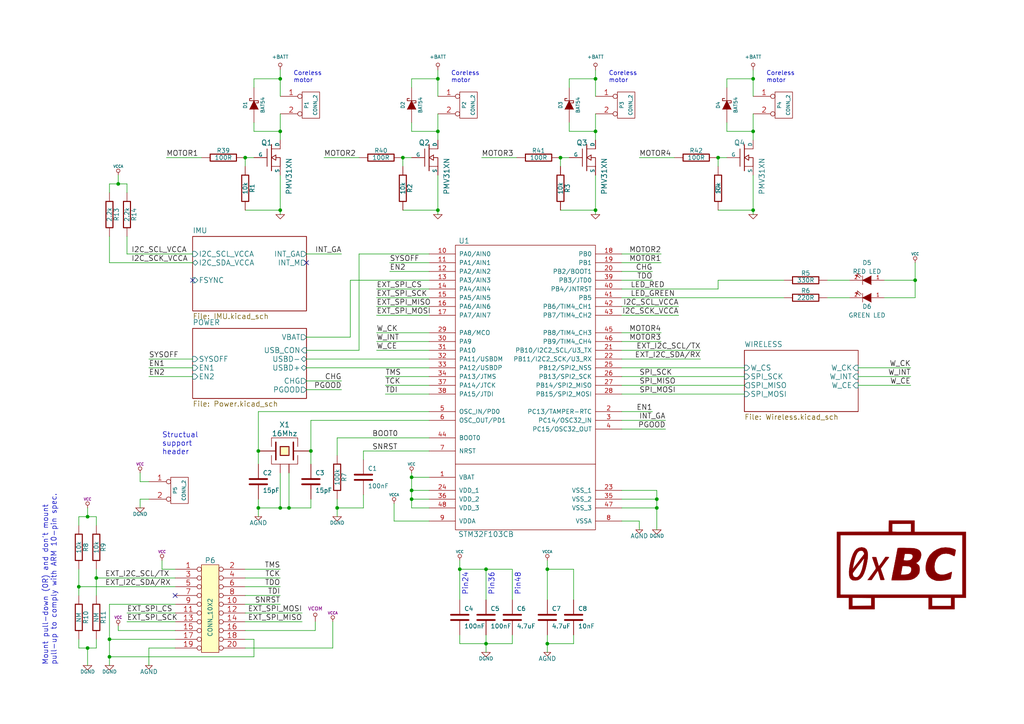
<source format=kicad_sch>
(kicad_sch (version 20231120) (generator "eeschema") (generator_version "8.0")
  (paper "A4")
  (title_block (title "Crazyflie control board") (date "3 feb 2013") (rev "F") (company "Bitcraze AB (CC BY-NC-SA)"))
  (lib_symbols
    (symbol "Crazyflie-contol-board-rescue:+BATT" (power) (pin_names (offset 0))
      (property "Value" "+BATT" (at 0 2.54 0))
      (symbol "+BATT_0_0"
        (pin power_in line (at 0 0 90) (length 0) hide (name "+BATT") (number "1"))
      )
    )
    (symbol "Crazyflie-contol-board-rescue:AGND" (power) (pin_names (offset 0.254))
      (property "Value" "AGND" (at 0 -1.778 0))
      (symbol "AGND_1_1"
        (pin power_in line (at 0 0 90) (length 0) hide (name "AGND") (number "1"))
      )
    )
    (symbol "Crazyflie-contol-board-rescue:C" (pin_numbers hide) (pin_names (offset 0.254))
      (property "Reference" "C" (at 1.27 2.54 0))
      (property "Value" "C" (at 1.27 -2.54 0))
      (symbol "C_1_1"
        (pin passive line (at 0 5.08 270) (length 4.318) (name "~") (number "1"))
        (pin passive line (at 0 -5.08 90) (length 4.318) (name "~") (number "2"))
      )
    )
    (symbol "Crazyflie-contol-board-rescue:CONN_10X2" (pin_names (offset 0.254) hide)
      (property "Reference" "P" (at 0 13.97 0))
      (property "Value" "CONN_10X2" (at 0 -2.54 90))
      (symbol "CONN_10X2_1_1"
        (pin passive inverted (at -10.16 11.43 0) (length 7.62) (name "P1") (number "1"))
        (pin passive inverted (at 10.16 1.27 180) (length 7.62) (name "P10") (number "10"))
        (pin passive inverted (at -10.16 -1.27 0) (length 7.62) (name "P11") (number "11"))
        (pin passive inverted (at 10.16 -1.27 180) (length 7.62) (name "P12") (number "12"))
        (pin passive inverted (at -10.16 -3.81 0) (length 7.62) (name "P13") (number "13"))
        (pin passive inverted (at 10.16 -3.81 180) (length 7.62) (name "P14") (number "14"))
        (pin passive inverted (at -10.16 -6.35 0) (length 7.62) (name "P15") (number "15"))
        (pin passive inverted (at 10.16 -6.35 180) (length 7.62) (name "P16") (number "16"))
        (pin passive inverted (at -10.16 -8.89 0) (length 7.62) (name "P17") (number "17"))
        (pin passive inverted (at 10.16 -8.89 180) (length 7.62) (name "P18") (number "18"))
        (pin passive inverted (at -10.16 -11.43 0) (length 7.62) (name "P19") (number "19"))
        (pin passive inverted (at 10.16 11.43 180) (length 7.62) (name "P2") (number "2"))
        (pin passive inverted (at 10.16 -11.43 180) (length 7.62) (name "P20") (number "20"))
        (pin passive inverted (at -10.16 8.89 0) (length 7.62) (name "P3") (number "3"))
        (pin passive inverted (at 10.16 8.89 180) (length 7.62) (name "P4") (number "4"))
        (pin passive inverted (at -10.16 6.35 0) (length 7.62) (name "P5") (number "5"))
        (pin passive inverted (at 10.16 6.35 180) (length 7.62) (name "P6") (number "6"))
        (pin passive inverted (at -10.16 3.81 0) (length 7.62) (name "P7") (number "7"))
        (pin passive inverted (at 10.16 3.81 180) (length 7.62) (name "P8") (number "8"))
        (pin passive inverted (at -10.16 1.27 0) (length 7.62) (name "P9") (number "9"))
      )
    )
    (symbol "Crazyflie-contol-board-rescue:CONN_2" (pin_names (offset 1.016) hide)
      (property "Reference" "P" (at -1.27 0 90))
      (property "Value" "CONN_2" (at 1.27 0 90))
      (symbol "CONN_2_1_1"
        (pin passive inverted (at -8.89 2.54 0) (length 6.35) (name "P1") (number "1"))
        (pin passive inverted (at -8.89 -2.54 0) (length 6.35) (name "PM") (number "2"))
      )
    )
    (symbol "Crazyflie-contol-board-rescue:CRYSTAL_SMD" (pin_numbers hide) (pin_names (offset 1.016) hide)
      (property "Reference" "X" (at 0 7.62 0))
      (property "Value" "CRYSTAL_SMD" (at 0 5.08 0))
      (symbol "CRYSTAL_SMD_1_1"
        (pin passive line (at -7.62 0 0) (length 5.08) (name "1") (number "1"))
        (pin passive line (at -1.27 -6.35 90) (length 2.54) (name "GND") (number "2"))
        (pin passive line (at 7.62 0 180) (length 5.08) (name "3") (number "3"))
        (pin passive line (at 1.27 -6.35 90) (length 2.54) (name "GND") (number "4"))
      )
    )
    (symbol "Crazyflie-contol-board-rescue:DGND" (power) (pin_names (offset 1.016))
      (property "Value" "DGND" (at 0 -1.778 0))
      (symbol "DGND_1_1"
        (pin power_in line (at 0 0 90) (length 0) hide (name "DGND") (number "1"))
      )
    )
    (symbol "Crazyflie-contol-board-rescue:DIODESCH" (pin_numbers hide) (pin_names (offset 1.016) hide)
      (property "Reference" "D" (at 0 2.54 0))
      (property "Value" "DIODESCH" (at 0 -2.54 0))
      (symbol "DIODESCH_1_1"
        (pin passive line (at -5.08 0 0) (length 3.81) (name "A") (number "1"))
        (pin passive line (at 5.08 0 180) (length 3.81) (name "K") (number "2"))
      )
    )
    (symbol "Crazyflie-contol-board-rescue:GND" (power) (pin_names (offset 0))
      (symbol "GND_1_1"
        (pin power_in line (at 0 0 90) (length 0) hide (name "GND") (number "1"))
      )
    )
    (symbol "Crazyflie-contol-board-rescue:LED" (pin_names (offset 1.016) hide)
      (property "Reference" "D" (at 0 2.54 0))
      (property "Value" "LED" (at 0 -2.54 0))
      (symbol "LED_1_1"
        (pin passive line (at -5.08 0 0) (length 3.81) (name "A") (number "1"))
        (pin passive line (at 5.08 0 180) (length 3.81) (name "K") (number "2"))
      )
    )
    (symbol "Crazyflie-contol-board-rescue:MOSFET_N" (pin_numbers hide) (pin_names (offset 0))
      (property "Reference" "Q" (at 0.254 4.318 0))
      (property "Value" "MOSFET_N" (at 0.254 -3.81 0))
      (symbol "MOSFET_N_1_1"
        (pin passive line (at 2.54 5.08 270) (length 2.54) (name "D") (number "D"))
        (pin input line (at -5.08 0 0) (length 3.81) (name "G") (number "G"))
        (pin passive line (at 2.54 -5.08 90) (length 2.54) (name "S") (number "S"))
      )
    )
    (symbol "Crazyflie-contol-board-rescue:R" (pin_numbers hide) (pin_names (offset 0))
      (property "Reference" "R" (at 2.032 0 90))
      (property "Value" "R" (at 0 0 90))
      (symbol "R_1_1"
        (pin passive line (at 0 6.35 270) (length 2.54) (name "~") (number "1"))
        (pin passive line (at 0 -6.35 90) (length 2.54) (name "~") (number "2"))
      )
    )
    (symbol "Crazyflie-contol-board-rescue:STM32F103CB" (pin_names (offset 1.016))
      (property "Reference" "U" (at -17.78 44.45 0))
      (property "Value" "STM32F103CB" (at -11.43 -40.64 0))
      (symbol "STM32F103CB_1_1"
        (pin power_in line (at -27.94 -24.13 0) (length 7.62) (name "VBAT") (number "1"))
        (pin bidirectional line (at -27.94 40.64 0) (length 7.62) (name "PA0/AIN0") (number "10"))
        (pin bidirectional line (at -27.94 38.1 0) (length 7.62) (name "PA1/AIN1") (number "11"))
        (pin bidirectional line (at -27.94 35.56 0) (length 7.62) (name "PA2/AIN2") (number "12"))
        (pin bidirectional line (at -27.94 33.02 0) (length 7.62) (name "PA3/AIN3") (number "13"))
        (pin bidirectional line (at -27.94 30.48 0) (length 7.62) (name "PA4/AIN4") (number "14"))
        (pin bidirectional line (at -27.94 27.94 0) (length 7.62) (name "PA5/AIN5") (number "15"))
        (pin bidirectional line (at -27.94 25.4 0) (length 7.62) (name "PA6/AIN6") (number "16"))
        (pin bidirectional line (at -27.94 22.86 0) (length 7.62) (name "PA7/AIN7") (number "17"))
        (pin bidirectional line (at 27.94 40.64 180) (length 7.62) (name "PB0") (number "18"))
        (pin bidirectional line (at 27.94 38.1 180) (length 7.62) (name "PB1") (number "19"))
        (pin bidirectional line (at 27.94 -5.08 180) (length 7.62) (name "PC13/TAMPER-RTC") (number "2"))
        (pin bidirectional line (at 27.94 35.56 180) (length 7.62) (name "PB2/BOOT1") (number "20"))
        (pin bidirectional line (at 27.94 12.7 180) (length 7.62) (name "PB10/I2C2_SCL/U3_TX") (number "21"))
        (pin bidirectional line (at 27.94 10.16 180) (length 7.62) (name "PB11/I2C2_SCK/U3_RX") (number "22"))
        (pin power_in line (at 27.94 -27.94 180) (length 7.62) (name "VSS_1") (number "23"))
        (pin power_in line (at -27.94 -27.94 0) (length 7.62) (name "VDD_1") (number "24"))
        (pin bidirectional line (at 27.94 7.62 180) (length 7.62) (name "PB12/SPI2_NSS") (number "25"))
        (pin bidirectional line (at 27.94 5.08 180) (length 7.62) (name "PB13/SPI2_SCK") (number "26"))
        (pin bidirectional line (at 27.94 2.54 180) (length 7.62) (name "PB14/SPI2_MISO") (number "27"))
        (pin bidirectional line (at 27.94 0 180) (length 7.62) (name "PB15/SPI2_MOSI") (number "28"))
        (pin bidirectional line (at -27.94 17.78 0) (length 7.62) (name "PA8/MCO") (number "29"))
        (pin bidirectional line (at 27.94 -7.62 180) (length 7.62) (name "PC14/OSC32_IN") (number "3"))
        (pin bidirectional line (at -27.94 15.24 0) (length 7.62) (name "PA9") (number "30"))
        (pin bidirectional line (at -27.94 12.7 0) (length 7.62) (name "PA10") (number "31"))
        (pin bidirectional line (at -27.94 10.16 0) (length 7.62) (name "PA11/USBDM") (number "32"))
        (pin bidirectional line (at -27.94 7.62 0) (length 7.62) (name "PA12/USBDP") (number "33"))
        (pin bidirectional line (at -27.94 5.08 0) (length 7.62) (name "PA13/JTMS") (number "34"))
        (pin power_in line (at 27.94 -30.48 180) (length 7.62) (name "VSS_2") (number "35"))
        (pin power_in line (at -27.94 -30.48 0) (length 7.62) (name "VDD_2") (number "36"))
        (pin bidirectional line (at -27.94 2.54 0) (length 7.62) (name "PA14/JTCK") (number "37"))
        (pin bidirectional line (at -27.94 0 0) (length 7.62) (name "PA15/JTDI") (number "38"))
        (pin bidirectional line (at 27.94 33.02 180) (length 7.62) (name "PB3/JTD0") (number "39"))
        (pin bidirectional line (at 27.94 -10.16 180) (length 7.62) (name "PC15/OSC32_OUT") (number "4"))
        (pin bidirectional line (at 27.94 30.48 180) (length 7.62) (name "PB4/JNTRST") (number "40"))
        (pin bidirectional line (at 27.94 27.94 180) (length 7.62) (name "PB5") (number "41"))
        (pin bidirectional line (at 27.94 25.4 180) (length 7.62) (name "PB6/TIM4_CH1") (number "42"))
        (pin bidirectional line (at 27.94 22.86 180) (length 7.62) (name "PB7/TIM4_CH2") (number "43"))
        (pin bidirectional line (at -27.94 -12.7 0) (length 7.62) (name "BOOT0") (number "44"))
        (pin bidirectional line (at 27.94 17.78 180) (length 7.62) (name "PB8/TIM4_CH3") (number "45"))
        (pin bidirectional line (at 27.94 15.24 180) (length 7.62) (name "PB9/TIM4_CH4") (number "46"))
        (pin power_in line (at 27.94 -33.02 180) (length 7.62) (name "VSS_3") (number "47"))
        (pin power_in line (at -27.94 -33.02 0) (length 7.62) (name "VDD_3") (number "48"))
        (pin bidirectional line (at -27.94 -5.08 0) (length 7.62) (name "OSC_IN/PD0") (number "5"))
        (pin bidirectional line (at -27.94 -7.62 0) (length 7.62) (name "OSC_OUT/PD1") (number "6"))
        (pin bidirectional line (at -27.94 -16.51 0) (length 7.62) (name "NRST") (number "7"))
        (pin power_in line (at 27.94 -36.83 180) (length 7.62) (name "VSSA") (number "8"))
        (pin power_in line (at -27.94 -36.83 0) (length 7.62) (name "VDDA") (number "9"))
      )
    )
    (symbol "Crazyflie-contol-board-rescue:VCC" (power) (pin_names (offset 0))
      (property "Value" "VCC" (at 0 2.54 0))
      (symbol "VCC_0_0"
        (pin power_in line (at 0 0 90) (length 0) hide (name "VCC") (number "1"))
      )
    )
    (symbol "Crazyflie-contol-board-rescue:VCCA" (power) (pin_names (offset 0))
      (property "Value" "VCCA" (at 0 2.54 0))
      (symbol "VCCA_0_0"
        (pin power_in line (at 0 0 90) (length 0) hide (name "VCCA") (number "1"))
      )
    )
    (symbol "Crazyflie-contol-board-rescue:VCOM" (pin_names (offset 0))
      (property "Value" "VCOM" (at 0 3.81 0))
      (symbol "VCOM_0_0"
        (pin power_in line (at 0 0 90) (length 0) hide (name "VCOM") (number "1"))
      )
    )
    (symbol "Crazyflie-contol-board-rescue:bitcraze" (pin_names (offset 1.016)))
  )
  (junction (at 172.72 60.96))
  (junction (at 162.56 45.72))
  (junction (at 218.44 22.86))
  (junction (at 158.75 186.69))
  (junction (at 119.38 144.78))
  (junction (at 97.79 147.32))
  (junction (at 74.93 147.32))
  (junction (at 81.28 22.86))
  (junction (at 34.29 53.34))
  (junction (at 133.35 165.1))
  (junction (at 25.4 149.86))
  (junction (at 119.38 138.43))
  (junction (at 127 60.96))
  (junction (at 127 38.1))
  (junction (at 140.97 165.1))
  (junction (at 127 22.86))
  (junction (at 22.86 170.18))
  (junction (at 83.82 147.32))
  (junction (at 71.12 45.72))
  (junction (at 190.5 147.32))
  (junction (at 158.75 165.1))
  (junction (at 190.5 144.78))
  (junction (at 140.97 186.69))
  (junction (at 265.43 81.28))
  (junction (at 81.28 60.96))
  (junction (at 208.28 45.72))
  (junction (at 172.72 38.1))
  (junction (at 81.28 147.32))
  (junction (at 116.84 45.72))
  (junction (at 119.38 142.24))
  (junction (at 74.93 130.81))
  (junction (at 31.75 185.42))
  (junction (at 218.44 38.1))
  (junction (at 31.75 190.5))
  (junction (at 25.4 187.96))
  (junction (at 172.72 22.86))
  (junction (at 90.17 130.81))
  (junction (at 27.94 167.64))
  (junction (at 218.44 60.96))
  (junction (at 81.28 38.1))
  (no_connect (at 55.88 81.28))
  (no_connect (at 50.8 172.72))
  (no_connect (at 88.9 76.2))
  (wire (pts (xy 104.14 101.6) (xy 88.9 101.6)))
  (wire (pts (xy 185.42 151.13) (xy 180.34 151.13)))
  (wire (pts (xy 31.75 190.5) (xy 73.66 190.5)))
  (wire (pts (xy 81.28 147.32) (xy 81.28 137.16)))
  (wire (pts (xy 140.97 165.1) (xy 148.59 165.1)))
  (wire (pts (xy 87.63 180.34) (xy 71.12 180.34)))
  (wire (pts (xy 96.52 180.34) (xy 96.52 187.96)))
  (wire (pts (xy 31.75 190.5) (xy 31.75 185.42)))
  (wire (pts (xy 81.28 170.18) (xy 71.12 170.18)))
  (wire (pts (xy 133.35 186.69) (xy 133.35 184.15)))
  (wire (pts (xy 34.29 182.88) (xy 34.29 181.61)))
  (wire (pts (xy 124.46 144.78) (xy 119.38 144.78)))
  (wire (pts (xy 210.82 35.56) (xy 210.82 38.1)))
  (wire (pts (xy 73.66 185.42) (xy 71.12 185.42)))
  (wire (pts (xy 119.38 138.43) (xy 119.38 142.24)))
  (wire (pts (xy 180.34 104.14) (xy 203.2 104.14)))
  (wire (pts (xy 116.84 45.72) (xy 116.84 48.26)))
  (wire (pts (xy 172.72 27.94) (xy 172.72 22.86)))
  (wire (pts (xy 148.59 186.69) (xy 140.97 186.69)))
  (wire (pts (xy 172.72 22.86) (xy 172.72 20.32)))
  (wire (pts (xy 27.94 167.64) (xy 27.94 172.72)))
  (wire (pts (xy 25.4 187.96) (xy 27.94 187.96)))
  (wire (pts (xy 210.82 25.4) (xy 210.82 22.86)))
  (wire (pts (xy 83.82 147.32) (xy 81.28 147.32)))
  (wire (pts (xy 190.5 147.32) (xy 180.34 147.32)))
  (wire (pts (xy 91.44 180.34) (xy 91.44 182.88)))
  (wire (pts (xy 248.92 106.68) (xy 264.16 106.68)))
  (wire (pts (xy 74.93 149.86) (xy 74.93 147.32)))
  (wire (pts (xy 25.4 147.32) (xy 25.4 149.86)))
  (wire (pts (xy 25.4 193.04) (xy 25.4 187.96)))
  (wire (pts (xy 265.43 86.36) (xy 265.43 81.28)))
  (wire (pts (xy 158.75 162.56) (xy 158.75 165.1)))
  (wire (pts (xy 74.93 130.81) (xy 74.93 119.38)))
  (wire (pts (xy 34.29 50.8) (xy 34.29 53.34)))
  (wire (pts (xy 43.18 187.96) (xy 43.18 193.04)))
  (wire (pts (xy 124.46 76.2) (xy 113.03 76.2)))
  (wire (pts (xy 83.82 137.16) (xy 83.82 147.32)))
  (wire (pts (xy 31.75 175.26) (xy 50.8 175.26)))
  (wire (pts (xy 27.94 187.96) (xy 27.94 185.42)))
  (wire (pts (xy 119.38 25.4) (xy 119.38 22.86)))
  (wire (pts (xy 36.83 53.34) (xy 36.83 55.88)))
  (wire (pts (xy 208.28 60.96) (xy 218.44 60.96)))
  (wire (pts (xy 124.46 99.06) (xy 109.22 99.06)))
  (wire (pts (xy 208.28 45.72) (xy 210.82 45.72)))
  (wire (pts (xy 116.84 60.96) (xy 127 60.96)))
  (wire (pts (xy 190.5 147.32) (xy 190.5 153.67)))
  (wire (pts (xy 124.46 151.13) (xy 114.3 151.13)))
  (wire (pts (xy 227.33 81.28) (xy 208.28 81.28)))
  (wire (pts (xy 158.75 186.69) (xy 158.75 184.15)))
  (wire (pts (xy 36.83 177.8) (xy 50.8 177.8)))
  (wire (pts (xy 71.12 177.8) (xy 87.63 177.8)))
  (wire (pts (xy 264.16 109.22) (xy 248.92 109.22)))
  (wire (pts (xy 119.38 144.78) (xy 119.38 147.32)))
  (wire (pts (xy 264.16 111.76) (xy 248.92 111.76)))
  (wire (pts (xy 88.9 106.68) (xy 124.46 106.68)))
  (wire (pts (xy 74.93 134.62) (xy 74.93 130.81)))
  (wire (pts (xy 73.66 45.72) (xy 71.12 45.72)))
  (wire (pts (xy 127 38.1) (xy 127 40.64)))
  (wire (pts (xy 210.82 38.1) (xy 218.44 38.1)))
  (wire (pts (xy 22.86 187.96) (xy 25.4 187.96)))
  (wire (pts (xy 50.8 182.88) (xy 34.29 182.88)))
  (wire (pts (xy 165.1 25.4) (xy 165.1 22.86)))
  (wire (pts (xy 105.41 143.51) (xy 105.41 147.32)))
  (wire (pts (xy 34.29 53.34) (xy 36.83 53.34)))
  (wire (pts (xy 55.88 104.14) (xy 43.18 104.14)))
  (wire (pts (xy 218.44 50.8) (xy 218.44 60.96)))
  (wire (pts (xy 27.94 149.86) (xy 25.4 149.86)))
  (wire (pts (xy 148.59 186.69) (xy 148.59 184.15)))
  (wire (pts (xy 140.97 186.69) (xy 140.97 184.15)))
  (wire (pts (xy 40.64 147.32) (xy 40.64 144.78)))
  (wire (pts (xy 180.34 119.38) (xy 189.23 119.38)))
  (wire (pts (xy 27.94 165.1) (xy 27.94 167.64)))
  (wire (pts (xy 162.56 45.72) (xy 165.1 45.72)))
  (wire (pts (xy 218.44 22.86) (xy 218.44 20.32)))
  (wire (pts (xy 101.6 97.79) (xy 101.6 81.28)))
  (wire (pts (xy 124.46 86.36) (xy 109.22 86.36)))
  (wire (pts (xy 218.44 60.96) (xy 218.44 62.23)))
  (wire (pts (xy 50.8 187.96) (xy 43.18 187.96)))
  (wire (pts (xy 105.41 133.35) (xy 105.41 130.81)))
  (wire (pts (xy 172.72 38.1) (xy 172.72 40.64)))
  (wire (pts (xy 210.82 22.86) (xy 218.44 22.86)))
  (wire (pts (xy 180.34 73.66) (xy 191.77 73.66)))
  (wire (pts (xy 124.46 88.9) (xy 109.22 88.9)))
  (wire (pts (xy 240.03 86.36) (xy 246.38 86.36)))
  (wire (pts (xy 119.38 22.86) (xy 127 22.86)))
  (wire (pts (xy 96.52 187.96) (xy 71.12 187.96)))
  (wire (pts (xy 208.28 48.26) (xy 208.28 45.72)))
  (wire (pts (xy 124.46 101.6) (xy 109.22 101.6)))
  (wire (pts (xy 172.72 33.02) (xy 172.72 38.1)))
  (wire (pts (xy 99.06 73.66) (xy 88.9 73.66)))
  (wire (pts (xy 81.28 172.72) (xy 71.12 172.72)))
  (wire (pts (xy 25.4 149.86) (xy 22.86 149.86)))
  (wire (pts (xy 180.34 142.24) (xy 190.5 142.24)))
  (wire (pts (xy 73.66 25.4) (xy 73.66 22.86)))
  (wire (pts (xy 50.8 170.18) (xy 22.86 170.18)))
  (wire (pts (xy 215.9 109.22) (xy 180.34 109.22)))
  (wire (pts (xy 90.17 144.78) (xy 90.17 147.32)))
  (wire (pts (xy 31.75 185.42) (xy 31.75 175.26)))
  (wire (pts (xy 124.46 114.3) (xy 111.76 114.3)))
  (wire (pts (xy 148.59 165.1) (xy 148.59 173.99)))
  (wire (pts (xy 119.38 147.32) (xy 124.46 147.32)))
  (wire (pts (xy 162.56 60.96) (xy 172.72 60.96)))
  (wire (pts (xy 127 33.02) (xy 127 38.1)))
  (wire (pts (xy 71.12 45.72) (xy 71.12 48.26)))
  (wire (pts (xy 81.28 167.64) (xy 71.12 167.64)))
  (wire (pts (xy 88.9 113.03) (xy 99.06 113.03)))
  (wire (pts (xy 93.98 45.72) (xy 104.14 45.72)))
  (wire (pts (xy 165.1 38.1) (xy 165.1 35.56)))
  (wire (pts (xy 140.97 173.99) (xy 140.97 165.1)))
  (wire (pts (xy 124.46 104.14) (xy 88.9 104.14)))
  (wire (pts (xy 81.28 38.1) (xy 81.28 33.02)))
  (wire (pts (xy 215.9 106.68) (xy 180.34 106.68)))
  (wire (pts (xy 27.94 152.4) (xy 27.94 149.86)))
  (wire (pts (xy 58.42 45.72) (xy 48.26 45.72)))
  (wire (pts (xy 73.66 190.5) (xy 73.66 185.42)))
  (wire (pts (xy 91.44 182.88) (xy 71.12 182.88)))
  (wire (pts (xy 43.18 139.7) (xy 40.64 139.7)))
  (wire (pts (xy 97.79 127) (xy 124.46 127)))
  (wire (pts (xy 105.41 130.81) (xy 124.46 130.81)))
  (wire (pts (xy 36.83 68.58) (xy 36.83 73.66)))
  (wire (pts (xy 190.5 144.78) (xy 190.5 147.32)))
  (wire (pts (xy 104.14 73.66) (xy 104.14 101.6)))
  (wire (pts (xy 180.34 121.92) (xy 193.04 121.92)))
  (wire (pts (xy 40.64 139.7) (xy 40.64 137.16)))
  (wire (pts (xy 119.38 138.43) (xy 124.46 138.43)))
  (wire (pts (xy 71.12 60.96) (xy 81.28 60.96)))
  (wire (pts (xy 124.46 78.74) (xy 113.03 78.74)))
  (wire (pts (xy 172.72 50.8) (xy 172.72 60.96)))
  (wire (pts (xy 81.28 22.86) (xy 81.28 27.94)))
  (wire (pts (xy 180.34 76.2) (xy 191.77 76.2)))
  (wire (pts (xy 180.34 99.06) (xy 191.77 99.06)))
  (wire (pts (xy 31.75 185.42) (xy 50.8 185.42)))
  (wire (pts (xy 119.38 142.24) (xy 124.46 142.24)))
  (wire (pts (xy 74.93 147.32) (xy 74.93 144.78)))
  (wire (pts (xy 36.83 180.34) (xy 50.8 180.34)))
  (wire (pts (xy 180.34 81.28) (xy 189.23 81.28)))
  (wire (pts (xy 81.28 175.26) (xy 71.12 175.26)))
  (wire (pts (xy 97.79 144.78) (xy 97.79 147.32)))
  (wire (pts (xy 165.1 22.86) (xy 172.72 22.86)))
  (wire (pts (xy 158.75 165.1) (xy 166.37 165.1)))
  (wire (pts (xy 127 50.8) (xy 127 60.96)))
  (wire (pts (xy 74.93 119.38) (xy 124.46 119.38)))
  (wire (pts (xy 22.86 165.1) (xy 22.86 170.18)))
  (wire (pts (xy 40.64 144.78) (xy 43.18 144.78)))
  (wire (pts (xy 218.44 27.94) (xy 218.44 22.86)))
  (wire (pts (xy 124.46 83.82) (xy 109.22 83.82)))
  (wire (pts (xy 215.9 111.76) (xy 180.34 111.76)))
  (wire (pts (xy 90.17 130.81) (xy 90.17 134.62)))
  (wire (pts (xy 46.99 165.1) (xy 46.99 162.56)))
  (wire (pts (xy 119.38 45.72) (xy 116.84 45.72)))
  (wire (pts (xy 124.46 121.92) (xy 90.17 121.92)))
  (wire (pts (xy 119.38 137.16) (xy 119.38 138.43)))
  (wire (pts (xy 36.83 73.66) (xy 55.88 73.66)))
  (wire (pts (xy 124.46 111.76) (xy 111.76 111.76)))
  (wire (pts (xy 166.37 184.15) (xy 166.37 186.69)))
  (wire (pts (xy 90.17 147.32) (xy 83.82 147.32)))
  (wire (pts (xy 101.6 81.28) (xy 124.46 81.28)))
  (wire (pts (xy 124.46 109.22) (xy 111.76 109.22)))
  (wire (pts (xy 180.34 78.74) (xy 189.23 78.74)))
  (wire (pts (xy 180.34 83.82) (xy 208.28 83.82)))
  (wire (pts (xy 256.54 81.28) (xy 265.43 81.28)))
  (wire (pts (xy 31.75 68.58) (xy 31.75 76.2)))
  (wire (pts (xy 218.44 38.1) (xy 218.44 40.64)))
  (wire (pts (xy 127 27.94) (xy 127 22.86)))
  (wire (pts (xy 81.28 50.8) (xy 81.28 60.96)))
  (wire (pts (xy 172.72 38.1) (xy 165.1 38.1)))
  (wire (pts (xy 240.03 81.28) (xy 246.38 81.28)))
  (wire (pts (xy 81.28 147.32) (xy 74.93 147.32)))
  (wire (pts (xy 81.28 40.64) (xy 81.28 38.1)))
  (wire (pts (xy 31.75 55.88) (xy 31.75 53.34)))
  (wire (pts (xy 180.34 96.52) (xy 191.77 96.52)))
  (wire (pts (xy 172.72 60.96) (xy 172.72 62.23)))
  (wire (pts (xy 114.3 151.13) (xy 114.3 146.05)))
  (wire (pts (xy 133.35 165.1) (xy 140.97 165.1)))
  (wire (pts (xy 31.75 53.34) (xy 34.29 53.34)))
  (wire (pts (xy 81.28 165.1) (xy 71.12 165.1)))
  (wire (pts (xy 22.86 149.86) (xy 22.86 152.4)))
  (wire (pts (xy 158.75 165.1) (xy 158.75 173.99)))
  (wire (pts (xy 158.75 189.23) (xy 158.75 186.69)))
  (wire (pts (xy 97.79 147.32) (xy 97.79 149.86)))
  (wire (pts (xy 50.8 165.1) (xy 46.99 165.1)))
  (wire (pts (xy 190.5 142.24) (xy 190.5 144.78)))
  (wire (pts (xy 127 22.86) (xy 127 20.32)))
  (wire (pts (xy 133.35 165.1) (xy 133.35 162.56)))
  (wire (pts (xy 31.75 193.04) (xy 31.75 190.5)))
  (wire (pts (xy 140.97 189.23) (xy 140.97 186.69)))
  (wire (pts (xy 139.7 45.72) (xy 149.86 45.72)))
  (wire (pts (xy 265.43 81.28) (xy 265.43 76.2)))
  (wire (pts (xy 166.37 186.69) (xy 158.75 186.69)))
  (wire (pts (xy 166.37 165.1) (xy 166.37 173.99)))
  (wire (pts (xy 22.86 185.42) (xy 22.86 187.96)))
  (wire (pts (xy 127 60.96) (xy 127 62.23)))
  (wire (pts (xy 119.38 38.1) (xy 127 38.1)))
  (wire (pts (xy 180.34 91.44) (xy 196.85 91.44)))
  (wire (pts (xy 55.88 106.68) (xy 43.18 106.68)))
  (wire (pts (xy 208.28 83.82) (xy 208.28 81.28)))
  (wire (pts (xy 180.34 88.9) (xy 196.85 88.9)))
  (wire (pts (xy 88.9 110.49) (xy 99.06 110.49)))
  (wire (pts (xy 215.9 114.3) (xy 180.34 114.3)))
  (wire (pts (xy 105.41 147.32) (xy 97.79 147.32)))
  (wire (pts (xy 81.28 38.1) (xy 73.66 38.1)))
  (wire (pts (xy 97.79 132.08) (xy 97.79 127)))
  (wire (pts (xy 55.88 109.22) (xy 43.18 109.22)))
  (wire (pts (xy 133.35 173.99) (xy 133.35 165.1)))
  (wire (pts (xy 185.42 45.72) (xy 195.58 45.72)))
  (wire (pts (xy 190.5 144.78) (xy 180.34 144.78)))
  (wire (pts (xy 140.97 186.69) (xy 133.35 186.69)))
  (wire (pts (xy 73.66 22.86) (xy 81.28 22.86)))
  (wire (pts (xy 124.46 73.66) (xy 104.14 73.66)))
  (wire (pts (xy 162.56 48.26) (xy 162.56 45.72)))
  (wire (pts (xy 50.8 167.64) (xy 27.94 167.64)))
  (wire (pts (xy 124.46 96.52) (xy 109.22 96.52)))
  (wire (pts (xy 185.42 153.67) (xy 185.42 151.13)))
  (wire (pts (xy 119.38 142.24) (xy 119.38 144.78)))
  (wire (pts (xy 88.9 97.79) (xy 101.6 97.79)))
  (wire (pts (xy 31.75 76.2) (xy 55.88 76.2)))
  (wire (pts (xy 22.86 170.18) (xy 22.86 172.72)))
  (wire (pts (xy 90.17 121.92) (xy 90.17 130.81)))
  (wire (pts (xy 81.28 60.96) (xy 81.28 62.23)))
  (wire (pts (xy 81.28 20.32) (xy 81.28 22.86)))
  (wire (pts (xy 218.44 33.02) (xy 218.44 38.1)))
  (wire (pts (xy 119.38 35.56) (xy 119.38 38.1)))
  (wire (pts (xy 124.46 91.44) (xy 109.22 91.44)))
  (wire (pts (xy 73.66 38.1) (xy 73.66 35.56)))
  (wire (pts (xy 180.34 124.46) (xy 193.04 124.46)))
  (wire (pts (xy 256.54 86.36) (xy 265.43 86.36)))
  (wire (pts (xy 180.34 101.6) (xy 203.2 101.6)))
  (wire (pts (xy 180.34 86.36) (xy 227.33 86.36)))
  (text "Coreless\nmotor" (at 130.81 24.13 0) (effects (font (size 1.27 1.27)) (justify left bottom)))
  (text "Pin24" (at 135.89 172.72 90) (effects (font (size 1.524 1.524)) (justify left bottom)))
  (text "Coreless\nmotor" (at 176.53 24.13 0) (effects (font (size 1.27 1.27)) (justify left bottom)))
  (text "Structual \nsupport \nheader" (at 46.99 132.08 0) (effects (font (size 1.524 1.524)) (justify left bottom)))
  (text "Coreless\nmotor" (at 222.25 24.13 0) (effects (font (size 1.27 1.27)) (justify left bottom)))
  (text "Mount pull-down (0R) and don't mount \npull-up to comply with ARM 10-pin spec." (at 16.51 193.04 90) (effects (font (size 1.524 1.524)) (justify left bottom)))
  (text "Pin48" (at 151.13 172.72 90) (effects (font (size 1.524 1.524)) (justify left bottom)))
  (text "Pin36" (at 143.51 172.72 90) (effects (font (size 1.524 1.524)) (justify left bottom)))
  (text "Coreless\nmotor" (at 85.09 24.13 0) (effects (font (size 1.27 1.27)) (justify left bottom)))
  (label "INT_GA" (at 99.06 73.66 180) (effects (font (size 1.524 1.524))))
  (label "SPI_MOSI" (at 185.42 114.3 0) (effects (font (size 1.524 1.524))))
  (label "TCK" (at 81.28 167.64 180) (effects (font (size 1.524 1.524))))
  (label "W_CK" (at 109.22 96.52 0) (effects (font (size 1.524 1.524))))
  (label "EN1" (at 189.23 119.38 180) (effects (font (size 1.524 1.524))))
  (label "SNRST" (at 81.28 175.26 180) (effects (font (size 1.524 1.524))))
  (label "MOTOR3" (at 139.7 45.72 0) (effects (font (size 1.524 1.524))))
  (label "PGOOD" (at 193.04 124.46 180) (effects (font (size 1.524 1.524))))
  (label "EN2" (at 113.03 78.74 0) (effects (font (size 1.524 1.524))))
  (label "TDO" (at 189.23 81.28 180) (effects (font (size 1.524 1.524))))
  (label "TDI" (at 81.28 172.72 180) (effects (font (size 1.524 1.524))))
  (label "TMS" (at 111.76 109.22 0) (effects (font (size 1.524 1.524))))
  (label "TCK" (at 111.76 111.76 0) (effects (font (size 1.524 1.524))))
  (label "EXT_SPI_CS" (at 109.22 83.82 0) (effects (font (size 1.524 1.524))))
  (label "TMS" (at 81.28 165.1 180) (effects (font (size 1.524 1.524))))
  (label "SNRST" (at 107.95 130.81 0) (effects (font (size 1.524 1.524))))
  (label "MOTOR4" (at 191.77 96.52 180) (effects (font (size 1.524 1.524))))
  (label "I2C_SCK_VCCA" (at 196.85 91.44 180) (effects (font (size 1.524 1.524))))
  (label "EXT_I2C_SDA/RX" (at 203.2 104.14 180) (effects (font (size 1.524 1.524))))
  (label "MOTOR4" (at 185.42 45.72 0) (effects (font (size 1.524 1.524))))
  (label "EXT_SPI_MOSI" (at 109.22 91.44 0) (effects (font (size 1.524 1.524))))
  (label "W_INT" (at 109.22 99.06 0) (effects (font (size 1.524 1.524))))
  (label "CHG" (at 189.23 78.74 180) (effects (font (size 1.524 1.524))))
  (label "EXT_SPI_SCK" (at 109.22 86.36 0) (effects (font (size 1.524 1.524))))
  (label "I2C_SCL_VCCA" (at 196.85 88.9 180) (effects (font (size 1.524 1.524))))
  (label "CHG" (at 99.06 110.49 180) (effects (font (size 1.524 1.524))))
  (label "W_CK" (at 264.16 106.68 180) (effects (font (size 1.524 1.524))))
  (label "I2C_SCK_VCCA" (at 38.1 76.2 0) (effects (font (size 1.524 1.524))))
  (label "EN2" (at 43.18 109.22 0) (effects (font (size 1.524 1.524))))
  (label "I2C_SCL_VCCA" (at 38.1 73.66 0) (effects (font (size 1.524 1.524))))
  (label "EN1" (at 43.18 106.68 0) (effects (font (size 1.524 1.524))))
  (label "EXT_SPI_MISO" (at 87.63 180.34 180) (effects (font (size 1.524 1.524))))
  (label "MOTOR1" (at 191.77 76.2 180) (effects (font (size 1.524 1.524))))
  (label "LED_GREEN" (at 182.88 86.36 0) (effects (font (size 1.524 1.524))))
  (label "EXT_SPI_CS" (at 36.83 177.8 0) (effects (font (size 1.524 1.524))))
  (label "SYSOFF" (at 113.03 76.2 0) (effects (font (size 1.524 1.524))))
  (label "LED_RED" (at 182.88 83.82 0) (effects (font (size 1.524 1.524))))
  (label "MOTOR2" (at 191.77 73.66 180) (effects (font (size 1.524 1.524))))
  (label "W_CE" (at 264.16 111.76 180) (effects (font (size 1.524 1.524))))
  (label "EXT_SPI_SCK" (at 36.83 180.34 0) (effects (font (size 1.524 1.524))))
  (label "EXT_SPI_MOSI" (at 87.63 177.8 180) (effects (font (size 1.524 1.524))))
  (label "BOOT0" (at 107.95 127 0) (effects (font (size 1.524 1.524))))
  (label "TDI" (at 111.76 114.3 0) (effects (font (size 1.524 1.524))))
  (label "SPI_MISO" (at 185.42 111.76 0) (effects (font (size 1.524 1.524))))
  (label "SYSOFF" (at 43.18 104.14 0) (effects (font (size 1.524 1.524))))
  (label "MOTOR1" (at 48.26 45.72 0) (effects (font (size 1.524 1.524))))
  (label "PGOOD" (at 99.06 113.03 180) (effects (font (size 1.524 1.524))))
  (label "INT_GA" (at 193.04 121.92 180) (effects (font (size 1.524 1.524))))
  (label "EXT_I2C_SCL/TX" (at 30.48 167.64 0) (effects (font (size 1.524 1.524))))
  (label "W_CE" (at 109.22 101.6 0) (effects (font (size 1.524 1.524))))
  (label "EXT_I2C_SCL/TX" (at 203.2 101.6 180) (effects (font (size 1.524 1.524))))
  (label "MOTOR2" (at 93.98 45.72 0) (effects (font (size 1.524 1.524))))
  (label "TDO" (at 81.28 170.18 180) (effects (font (size 1.524 1.524))))
  (label "W_INT" (at 264.16 109.22 180) (effects (font (size 1.524 1.524))))
  (label "MOTOR3" (at 191.77 99.06 180) (effects (font (size 1.524 1.524))))
  (label "EXT_SPI_MISO" (at 109.22 88.9 0) (effects (font (size 1.524 1.524))))
  (label "EXT_I2C_SDA/RX" (at 30.48 170.18 0) (effects (font (size 1.524 1.524))))
  (label "SPI_SCK" (at 185.42 109.22 0) (effects (font (size 1.524 1.524))))
  (symbol (lib_id "Crazyflie-contol-board-rescue:STM32F103CB") (at 152.4 114.3 0) (unit 1)
    (property "Reference" "U1" (at 134.62 69.85 0) (effects (font (size 1.524 1.524))))
    (property "Value" "STM32F103CB" (at 140.97 154.94 0) (effects (font (size 1.524 1.524))))
    (property "Footprint" "LQFP-48" (effects (hide yes)))
    (property "Description" "ST Microelectronics" (effects (hide yes)))
    (property "Field5" "STM32F103CB" (effects (hide yes)))
  )
  (symbol (lib_id "Crazyflie-contol-board-rescue:R") (at 233.68 86.36 90) (unit 1)
    (property "Reference" "R6" (at 233.68 84.328 90))
    (property "Value" "220R" (at 233.68 86.36 90))
    (property "Footprint" "SM0603" (effects (hide yes)))
  )
  (symbol (lib_id "Crazyflie-contol-board-rescue:R") (at 233.68 81.28 90) (unit 1)
    (property "Reference" "R5" (at 233.68 79.248 90))
    (property "Value" "330R" (at 233.68 81.28 90))
    (property "Footprint" "SM0603" (effects (hide yes)))
    (property "Description" "General" (effects (hide yes)))
    (property "Field5" "+/-1%, 0.125W, 25V" (effects (hide yes)))
  )
  (symbol (lib_id "Crazyflie-contol-board-rescue:LED") (at 251.46 86.36 180) (unit 1)
    (property "Reference" "D6" (at 251.46 88.9 0))
    (property "Value" "GREEN LED" (at 251.46 91.44 0))
    (property "Footprint" "SMDLED-0603" (effects (hide yes)))
    (property "Description" "General" (effects (hide yes)))
    (property "Field5" "Green, If:20mA, vf:2-2.2V, >40mcd" (effects (hide yes)))
  )
  (symbol (lib_id "Crazyflie-contol-board-rescue:LED") (at 251.46 81.28 180) (unit 1)
    (property "Reference" "D5" (at 251.46 76.2 0))
    (property "Value" "RED LED" (at 251.46 78.74 0))
    (property "Footprint" "SMDLED-0603" (effects (hide yes)))
    (property "Description" "General" (effects (hide yes)))
    (property "Field5" "Red, If:20mA, vf:2-2.2V, >40mcd" (effects (hide yes)))
  )
  (symbol (lib_id "Crazyflie-contol-board-rescue:VCC") (at 119.38 137.16 0) (unit 1)
    (property "Reference" "#PWR029" (effects (hide yes)))
    (property "Value" "VCC" (at 119.38 134.62 0) (effects (font (size 0.762 0.762))))
  )
  (symbol (lib_id "Crazyflie-contol-board-rescue:VCCA") (at 114.3 146.05 0) (unit 1)
    (property "Reference" "#PWR028" (effects (hide yes)))
    (property "Value" "VCCA" (at 114.3 143.51 0) (effects (font (size 0.762 0.762))))
  )
  (symbol (lib_id "Crazyflie-contol-board-rescue:C") (at 133.35 179.07 0) (unit 1)
    (property "Reference" "C4" (at 134.62 176.53 0) (effects (justify left)))
    (property "Value" "100nF" (at 134.62 181.61 0) (effects (justify left)))
    (property "Footprint" "SM0603_Capa" (effects (hide yes)))
  )
  (symbol (lib_id "Crazyflie-contol-board-rescue:C") (at 140.97 179.07 0) (unit 1)
    (property "Reference" "C5" (at 142.24 176.53 0) (effects (justify left)))
    (property "Value" "100nF" (at 142.24 181.61 0) (effects (justify left)))
    (property "Footprint" "SM0603_Capa" (effects (hide yes)))
  )
  (symbol (lib_id "Crazyflie-contol-board-rescue:C") (at 148.59 179.07 0) (unit 1)
    (property "Reference" "C6" (at 149.86 176.53 0) (effects (justify left)))
    (property "Value" "4.7uF" (at 149.86 181.61 0) (effects (justify left)))
    (property "Footprint" "SM0603_Capa" (effects (hide yes)))
  )
  (symbol (lib_id "Crazyflie-contol-board-rescue:C") (at 158.75 179.07 0) (unit 1)
    (property "Reference" "C7" (at 160.02 176.53 0) (effects (justify left)))
    (property "Value" "4.7uF" (at 160.02 181.61 0) (effects (justify left)))
    (property "Footprint" "SM0603_Capa" (effects (hide yes)))
  )
  (symbol (lib_id "Crazyflie-contol-board-rescue:VCCA") (at 158.75 162.56 0) (unit 1)
    (property "Reference" "#PWR027" (effects (hide yes)))
    (property "Value" "VCCA" (at 158.75 160.02 0) (effects (font (size 0.762 0.762))))
  )
  (symbol (lib_id "Crazyflie-contol-board-rescue:VCC") (at 133.35 162.56 0) (unit 1)
    (property "Reference" "#PWR026" (effects (hide yes)))
    (property "Value" "VCC" (at 133.35 160.02 0) (effects (font (size 0.762 0.762))))
  )
  (symbol (lib_id "Crazyflie-contol-board-rescue:AGND") (at 185.42 153.67 0) (unit 1)
    (property "Reference" "#PWR025" (effects (hide yes)))
    (property "Value" "AGND" (at 185.42 155.448 0))
  )
  (symbol (lib_id "Crazyflie-contol-board-rescue:DGND") (at 190.5 153.67 0) (unit 1)
    (property "Reference" "#PWR024" (effects (hide yes)))
    (property "Value" "DGND" (at 190.5 155.448 0) (effects (font (size 1.016 1.016))))
  )
  (symbol (lib_id "Crazyflie-contol-board-rescue:DGND") (at 140.97 189.23 0) (unit 1)
    (property "Reference" "#PWR023" (effects (hide yes)))
    (property "Value" "DGND" (at 140.97 191.008 0) (effects (font (size 1.016 1.016))))
  )
  (symbol (lib_id "Crazyflie-contol-board-rescue:AGND") (at 158.75 189.23 0) (unit 1)
    (property "Reference" "#PWR022" (effects (hide yes)))
    (property "Value" "AGND" (at 158.75 191.008 0))
  )
  (symbol (lib_id "Crazyflie-contol-board-rescue:VCC") (at 265.43 76.2 0) (unit 1)
    (property "Reference" "#PWR021" (effects (hide yes)))
    (property "Value" "VCC" (at 265.43 73.66 0) (effects (font (size 0.762 0.762))))
  )
  (symbol (lib_id "Crazyflie-contol-board-rescue:C") (at 166.37 179.07 0) (unit 1)
    (property "Reference" "C8" (at 167.64 176.53 0) (effects (justify left)))
    (property "Value" "10nF" (at 167.64 181.61 0) (effects (justify left)))
    (property "Footprint" "SM0603_Capa" (effects (hide yes)))
  )
  (symbol (lib_id "Crazyflie-contol-board-rescue:C") (at 74.93 139.7 0) (unit 1)
    (property "Reference" "C2" (at 76.2 137.16 0) (effects (justify left)))
    (property "Value" "15pF" (at 76.2 142.24 0) (effects (justify left)))
    (property "Footprint" "SM0603_Capa" (effects (hide yes)))
  )
  (symbol (lib_id "Crazyflie-contol-board-rescue:C") (at 90.17 139.7 0) (unit 1)
    (property "Reference" "C3" (at 91.44 137.16 0) (effects (justify left)))
    (property "Value" "15pF" (at 91.44 142.24 0) (effects (justify left)))
    (property "Footprint" "SM0603_Capa" (effects (hide yes)))
    (property "Description" "General" (effects (hide yes)))
    (property "Field5" "NP0, +/-5%, 50V" (effects (hide yes)))
  )
  (symbol (lib_id "Crazyflie-contol-board-rescue:R") (at 97.79 138.43 0) (unit 1)
    (property "Reference" "R7" (at 99.822 138.43 90))
    (property "Value" "100k" (at 97.79 138.43 90))
    (property "Footprint" "SM0603" (effects (hide yes)))
  )
  (symbol (lib_id "Crazyflie-contol-board-rescue:DGND") (at 97.79 149.86 0) (unit 1)
    (property "Reference" "#PWR020" (effects (hide yes)))
    (property "Value" "DGND" (at 97.79 151.638 0) (effects (font (size 1.016 1.016))))
  )
  (symbol (lib_id "Crazyflie-contol-board-rescue:MOSFET_N") (at 78.74 45.72 0) (unit 1)
    (property "Reference" "Q1" (at 78.994 41.402 0) (effects (font (size 1.524 1.524)) (justify right)))
    (property "Value" "PMV31XN" (at 83.82 45.72 90) (effects (font (size 1.524 1.524)) (justify right)))
    (property "Footprint" "SOT23GDS" (effects (hide yes)))
    (property "Description" "NXP" (effects (hide yes)))
    (property "Field5" "PMV31XN" (effects (hide yes)))
  )
  (symbol (lib_id "Crazyflie-contol-board-rescue:R") (at 71.12 54.61 0) (unit 1)
    (property "Reference" "R1" (at 73.152 54.61 90))
    (property "Value" "10k" (at 71.12 54.61 90))
    (property "Footprint" "SM0402" (effects (hide yes)))
  )
  (symbol (lib_id "Crazyflie-contol-board-rescue:GND") (at 81.28 62.23 0) (unit 1)
    (property "Reference" "#PWR011" (effects (hide yes)))
    (property "Value" "GND" (effects (hide yes)))
  )
  (symbol (lib_id "Crazyflie-contol-board-rescue:+BATT") (at 81.28 20.32 0) (unit 1)
    (property "Reference" "#PWR01" (effects (hide yes)))
    (property "Value" "+BATT" (at 81.28 16.51 0) (effects (font (size 1.016 1.016))))
  )
  (symbol (lib_id "Crazyflie-contol-board-rescue:DIODESCH") (at 73.66 30.48 90) (unit 1)
    (property "Reference" "D1" (at 71.12 30.48 0) (effects (font (size 1.016 1.016))))
    (property "Value" "BAT54" (at 76.2 30.48 0) (effects (font (size 1.016 1.016))))
    (property "Footprint" "SOD323" (effects (hide yes)))
    (property "Description" "ST Microelectronics" (effects (hide yes)))
    (property "Field5" "BAT54JFILM" (effects (hide yes)))
  )
  (symbol (lib_id "Crazyflie-contol-board-rescue:DIODESCH") (at 119.38 30.48 90) (unit 1)
    (property "Reference" "D2" (at 116.84 30.48 0) (effects (font (size 1.016 1.016))))
    (property "Value" "BAT54" (at 121.92 30.48 0) (effects (font (size 1.016 1.016))))
    (property "Footprint" "SOD323" (effects (hide yes)))
  )
  (symbol (lib_id "Crazyflie-contol-board-rescue:+BATT") (at 127 20.32 0) (unit 1)
    (property "Reference" "#PWR02" (effects (hide yes)))
    (property "Value" "+BATT" (at 127 16.51 0) (effects (font (size 1.016 1.016))))
  )
  (symbol (lib_id "Crazyflie-contol-board-rescue:GND") (at 127 62.23 0) (unit 1)
    (property "Reference" "#PWR012" (effects (hide yes)))
    (property "Value" "GND" (effects (hide yes)))
  )
  (symbol (lib_id "Crazyflie-contol-board-rescue:R") (at 116.84 54.61 0) (unit 1)
    (property "Reference" "R2" (at 118.872 54.61 90))
    (property "Value" "10k" (at 116.84 54.61 90))
    (property "Footprint" "SM0402" (effects (hide yes)))
  )
  (symbol (lib_id "Crazyflie-contol-board-rescue:MOSFET_N") (at 124.46 45.72 0) (unit 1)
    (property "Reference" "Q2" (at 124.714 41.402 0) (effects (font (size 1.524 1.524)) (justify right)))
    (property "Value" "PMV31XN" (at 129.54 45.72 90) (effects (font (size 1.524 1.524)) (justify right)))
    (property "Footprint" "SOT23GDS" (effects (hide yes)))
  )
  (symbol (lib_id "Crazyflie-contol-board-rescue:MOSFET_N") (at 170.18 45.72 0) (unit 1)
    (property "Reference" "Q3" (at 170.434 41.402 0) (effects (font (size 1.524 1.524)) (justify right)))
    (property "Value" "PMV31XN" (at 175.26 45.72 90) (effects (font (size 1.524 1.524)) (justify right)))
    (property "Footprint" "SOT23GDS" (effects (hide yes)))
  )
  (symbol (lib_id "Crazyflie-contol-board-rescue:R") (at 162.56 54.61 0) (unit 1)
    (property "Reference" "R3" (at 164.592 54.61 90))
    (property "Value" "10k" (at 162.56 54.61 90))
    (property "Footprint" "SM0402" (effects (hide yes)))
  )
  (symbol (lib_id "Crazyflie-contol-board-rescue:GND") (at 172.72 62.23 0) (unit 1)
    (property "Reference" "#PWR013" (effects (hide yes)))
    (property "Value" "GND" (effects (hide yes)))
  )
  (symbol (lib_id "Crazyflie-contol-board-rescue:+BATT") (at 172.72 20.32 0) (unit 1)
    (property "Reference" "#PWR03" (effects (hide yes)))
    (property "Value" "+BATT" (at 172.72 16.51 0) (effects (font (size 1.016 1.016))))
  )
  (symbol (lib_id "Crazyflie-contol-board-rescue:DIODESCH") (at 165.1 30.48 90) (unit 1)
    (property "Reference" "D3" (at 162.56 30.48 0) (effects (font (size 1.016 1.016))))
    (property "Value" "BAT54" (at 167.64 30.48 0) (effects (font (size 1.016 1.016))))
    (property "Footprint" "SOD323" (effects (hide yes)))
  )
  (symbol (lib_id "Crazyflie-contol-board-rescue:DIODESCH") (at 210.82 30.48 90) (unit 1)
    (property "Reference" "D4" (at 208.28 30.48 0) (effects (font (size 1.016 1.016))))
    (property "Value" "BAT54" (at 213.36 30.48 0) (effects (font (size 1.016 1.016))))
    (property "Footprint" "SOD323" (effects (hide yes)))
  )
  (symbol (lib_id "Crazyflie-contol-board-rescue:+BATT") (at 218.44 20.32 0) (unit 1)
    (property "Reference" "#PWR04" (effects (hide yes)))
    (property "Value" "+BATT" (at 218.44 16.51 0) (effects (font (size 1.016 1.016))))
  )
  (symbol (lib_id "Crazyflie-contol-board-rescue:GND") (at 218.44 62.23 0) (unit 1)
    (property "Reference" "#PWR014" (effects (hide yes)))
    (property "Value" "GND" (effects (hide yes)))
  )
  (symbol (lib_id "Crazyflie-contol-board-rescue:R") (at 208.28 54.61 0) (unit 1)
    (property "Reference" "R4" (at 208.28 54.61 90))
    (property "Value" "10k" (at 208.28 54.61 90))
    (property "Footprint" "SM0402" (effects (hide yes)))
  )
  (symbol (lib_id "Crazyflie-contol-board-rescue:MOSFET_N") (at 215.9 45.72 0) (unit 1)
    (property "Reference" "Q4" (at 216.154 41.402 0) (effects (font (size 1.524 1.524)) (justify right)))
    (property "Value" "PMV31XN" (at 220.98 45.72 90) (effects (font (size 1.524 1.524)) (justify right)))
    (property "Footprint" "SOT23GDS" (effects (hide yes)))
  )
  (symbol (lib_id "Crazyflie-contol-board-rescue:C") (at 105.41 138.43 0) (unit 1)
    (property "Reference" "C1" (at 106.68 135.89 0) (effects (justify left)))
    (property "Value" "100nF" (at 106.68 140.97 0) (effects (justify left)))
    (property "Footprint" "SM0603_Capa" (effects (hide yes)))
  )
  (symbol (lib_id "Crazyflie-contol-board-rescue:VCOM") (at 91.44 180.34 0) (unit 1)
    (property "Reference" "#PWR23" (effects (hide yes)))
    (property "Value" "VCOM" (effects (hide yes)))
    (property "Description" "VCOM" (at 91.44 176.53 0) (effects (font (size 1.016 1.016))))
  )
  (symbol (lib_id "Crazyflie-contol-board-rescue:VCC") (at 34.29 181.61 0) (unit 1)
    (property "Reference" "#PWR019" (effects (hide yes)))
    (property "Value" "VCC" (effects (hide yes)))
    (property "Description" "VCC" (at 34.29 179.07 0) (effects (font (size 0.762 0.762))))
  )
  (symbol (lib_id "Crazyflie-contol-board-rescue:VCCA") (at 96.52 180.34 0) (unit 1)
    (property "Reference" "#PWR018" (effects (hide yes)))
    (property "Value" "VCCA" (effects (hide yes)))
    (property "Description" "VCCA" (at 96.52 177.8 0) (effects (font (size 0.762 0.762))))
  )
  (symbol (lib_id "Crazyflie-contol-board-rescue:DGND") (at 31.75 193.04 0) (unit 1)
    (property "Reference" "#PWR017" (effects (hide yes)))
    (property "Value" "DGND" (at 31.75 194.818 0) (effects (font (size 1.016 1.016))))
  )
  (symbol (lib_id "Crazyflie-contol-board-rescue:AGND") (at 43.18 193.04 0) (unit 1)
    (property "Reference" "#PWR016" (effects (hide yes)))
    (property "Value" "AGND" (at 43.18 194.818 0))
  )
  (symbol (lib_id "Crazyflie-contol-board-rescue:R") (at 22.86 158.75 0) (unit 1)
    (property "Reference" "R8" (at 24.892 158.75 90))
    (property "Value" "10k" (at 22.86 158.75 90))
    (property "Footprint" "SM0603" (effects (hide yes)))
  )
  (symbol (lib_id "Crazyflie-contol-board-rescue:R") (at 27.94 158.75 0) (unit 1)
    (property "Reference" "R9" (at 29.972 158.75 90))
    (property "Value" "10k" (at 27.94 158.75 90))
    (property "Footprint" "SM0603" (effects (hide yes)))
  )
  (symbol (lib_id "Crazyflie-contol-board-rescue:VCC") (at 25.4 147.32 0) (unit 1)
    (property "Reference" "#PWR015" (effects (hide yes)))
    (property "Value" "VCC" (effects (hide yes)))
    (property "Description" "VCC" (at 25.4 144.78 0) (effects (font (size 0.762 0.762))))
  )
  (symbol (lib_id "Crazyflie-contol-board-rescue:CRYSTAL_SMD") (at 82.55 130.81 0) (unit 1)
    (property "Reference" "X1" (at 82.55 123.19 0) (effects (font (size 1.524 1.524))))
    (property "Value" "16Mhz" (at 82.55 125.73 0) (effects (font (size 1.524 1.524))))
    (property "Footprint" "XTAL-5.0x3.2" (effects (hide yes)))
    (property "Description" "TXC" (effects (hide yes)))
    (property "Field5" "7B-16.000MEEQ-T" (effects (hide yes)))
  )
  (symbol (lib_id "Crazyflie-contol-board-rescue:CONN_2") (at 90.17 30.48 0) (unit 1)
    (property "Reference" "P1" (at 88.9 30.48 90) (effects (font (size 1.016 1.016))))
    (property "Value" "CONN_2" (at 91.44 30.48 90) (effects (font (size 1.016 1.016))))
    (property "Footprint" "PINHEADER_127_2X1" (effects (hide yes)))
  )
  (symbol (lib_id "Crazyflie-contol-board-rescue:CONN_2") (at 135.89 30.48 0) (unit 1)
    (property "Reference" "P2" (at 134.62 30.48 90) (effects (font (size 1.016 1.016))))
    (property "Value" "CONN_2" (at 137.16 30.48 90) (effects (font (size 1.016 1.016))))
    (property "Footprint" "PINHEADER_127_2X1" (effects (hide yes)))
  )
  (symbol (lib_id "Crazyflie-contol-board-rescue:CONN_2") (at 181.61 30.48 0) (unit 1)
    (property "Reference" "P3" (at 180.34 30.48 90) (effects (font (size 1.016 1.016))))
    (property "Value" "CONN_2" (at 182.88 30.48 90) (effects (font (size 1.016 1.016))))
    (property "Footprint" "PINHEADER_127_2X1" (effects (hide yes)))
  )
  (symbol (lib_id "Crazyflie-contol-board-rescue:CONN_2") (at 227.33 30.48 0) (unit 1)
    (property "Reference" "P4" (at 226.06 30.48 90) (effects (font (size 1.016 1.016))))
    (property "Value" "CONN_2" (at 228.6 30.48 90) (effects (font (size 1.016 1.016))))
    (property "Footprint" "PINHEADER_127_2X1" (effects (hide yes)))
  )
  (symbol (lib_id "Crazyflie-contol-board-rescue:AGND") (at 74.93 149.86 0) (unit 1)
    (property "Reference" "#PWR010" (effects (hide yes)))
    (property "Value" "AGND" (at 74.93 151.638 0))
  )
  (symbol (lib_id "Crazyflie-contol-board-rescue:CONN_10X2") (at 60.96 176.53 0) (unit 1)
    (property "Reference" "P6" (at 60.96 162.56 0) (effects (font (size 1.524 1.524))))
    (property "Value" "CONN_10X2" (at 60.96 179.07 90))
    (property "Footprint" "PINHEADER_127_2X10" (effects (hide yes)))
  )
  (symbol (lib_id "Crazyflie-contol-board-rescue:VCC") (at 46.99 162.56 0) (unit 1)
    (property "Reference" "#PWR09" (effects (hide yes)))
    (property "Value" "VCC" (effects (hide yes)))
    (property "Description" "VCC" (at 46.99 160.02 0) (effects (font (size 0.762 0.762))))
  )
  (symbol (lib_id "Crazyflie-contol-board-rescue:R") (at 22.86 179.07 0) (unit 1)
    (property "Reference" "R10" (at 24.892 179.07 90))
    (property "Value" "NM" (at 22.86 179.07 90))
    (property "Footprint" "SM0603" (effects (hide yes)))
  )
  (symbol (lib_id "Crazyflie-contol-board-rescue:R") (at 27.94 179.07 0) (unit 1)
    (property "Reference" "R11" (at 29.972 179.07 90))
    (property "Value" "NM" (at 27.94 179.07 90))
    (property "Footprint" "SM0603" (effects (hide yes)))
  )
  (symbol (lib_id "Crazyflie-contol-board-rescue:DGND") (at 25.4 193.04 0) (unit 1)
    (property "Reference" "#PWR08" (effects (hide yes)))
    (property "Value" "DGND" (at 25.4 194.818 0) (effects (font (size 1.016 1.016))))
  )
  (symbol (lib_id "Crazyflie-contol-board-rescue:CONN_2") (at 52.07 142.24 0) (unit 1)
    (property "Reference" "P5" (at 50.8 142.24 90) (effects (font (size 1.016 1.016))))
    (property "Value" "CONN_2" (at 53.34 142.24 90) (effects (font (size 1.016 1.016))))
    (property "Footprint" "PINHEADER_127_2X1" (effects (hide yes)))
  )
  (symbol (lib_id "Crazyflie-contol-board-rescue:DGND") (at 40.64 147.32 0) (unit 1)
    (property "Reference" "#PWR07" (effects (hide yes)))
    (property "Value" "DGND" (at 40.64 149.098 0) (effects (font (size 1.016 1.016))))
  )
  (symbol (lib_id "Crazyflie-contol-board-rescue:VCC") (at 40.64 137.16 0) (unit 1)
    (property "Reference" "#PWR06" (effects (hide yes)))
    (property "Value" "VCC" (effects (hide yes)))
    (property "Description" "VCC" (at 40.64 134.62 0) (effects (font (size 0.762 0.762))))
  )
  (symbol (lib_id "Crazyflie-contol-board-rescue:bitcraze") (at 261.62 163.83 0) (unit 1)
    (property "Reference" "#G1" (effects (hide yes)))
    (property "Value" "BITCRAZE" (effects (hide yes)))
  )
  (symbol (lib_id "Crazyflie-contol-board-rescue:R") (at 36.83 62.23 0) (unit 1)
    (property "Reference" "R14" (at 38.862 62.23 90))
    (property "Value" "2.2k" (at 36.83 62.23 90))
    (property "Footprint" "SM0603" (effects (hide yes)))
  )
  (symbol (lib_id "Crazyflie-contol-board-rescue:R") (at 31.75 62.23 0) (unit 1)
    (property "Reference" "R13" (at 33.782 62.23 90))
    (property "Value" "2.2k" (at 31.75 62.23 90))
    (property "Footprint" "SM0603" (effects (hide yes)))
  )
  (symbol (lib_id "Crazyflie-contol-board-rescue:VCCA") (at 34.29 50.8 0) (unit 1)
    (property "Reference" "#PWR05" (effects (hide yes)))
    (property "Value" "VCCA" (at 34.29 48.26 0) (effects (font (size 0.762 0.762))))
  )
  (symbol (lib_id "Crazyflie-contol-board-rescue:R") (at 64.77 45.72 90) (unit 1)
    (property "Reference" "R39" (at 64.77 43.688 90))
    (property "Value" "100R" (at 64.77 45.72 90))
    (property "Footprint" "SM0402" (effects (hide yes)))
  )
  (symbol (lib_id "Crazyflie-contol-board-rescue:R") (at 110.49 45.72 90) (unit 1)
    (property "Reference" "R40" (at 110.49 43.688 90))
    (property "Value" "100R" (at 110.49 45.72 90))
    (property "Footprint" "SM0402" (effects (hide yes)))
  )
  (symbol (lib_id "Crazyflie-contol-board-rescue:R") (at 156.21 45.72 90) (unit 1)
    (property "Reference" "R41" (at 156.21 43.688 90))
    (property "Value" "100R" (at 156.21 45.72 90))
    (property "Footprint" "SM0402" (effects (hide yes)))
  )
  (symbol (lib_id "Crazyflie-contol-board-rescue:R") (at 201.93 45.72 90) (unit 1)
    (property "Reference" "R42" (at 201.93 43.688 90))
    (property "Value" "100R" (at 201.93 45.72 90))
    (property "Footprint" "SM0402" (effects (hide yes)))
  )
  (sheet (at 55.88 68.58) (size 33.02 21.59)
    (property "Sheetname" "IMU" (at 55.88 67.7414 0) (effects (font (size 1.524 1.524)) (justify left bottom)))
    (property "Sheetfile" "IMU.kicad_sch" (at 55.88 90.8562 0) (effects (font (size 1.524 1.524)) (justify left top)))
    (pin "INT_M" output (at 88.9 76.2 0) (effects (font (size 1.524 1.524))))
    (pin "INT_GA" output (at 88.9 73.66 0) (effects (font (size 1.524 1.524))))
    (pin "FSYNC" input (at 55.88 81.28 180) (effects (font (size 1.524 1.524))))
    (pin "I2C_SDA_VCCA" bidirectional (at 55.88 76.2 180) (effects (font (size 1.524 1.524))))
    (pin "I2C_SCL_VCCA" input (at 55.88 73.66 180) (effects (font (size 1.524 1.524))))
  )
  (sheet (at 55.88 95.25) (size 33.02 20.32)
    (property "Sheetname" "POWER" (at 55.88 94.4114 0) (effects (font (size 1.524 1.524)) (justify left bottom)))
    (property "Sheetfile" "Power.kicad_sch" (at 55.88 116.2562 0) (effects (font (size 1.524 1.524)) (justify left top)))
    (pin "USBD+" bidirectional (at 88.9 106.68 0) (effects (font (size 1.524 1.524))))
    (pin "USBD-" bidirectional (at 88.9 104.14 0) (effects (font (size 1.524 1.524))))
    (pin "CHG" output (at 88.9 110.49 0) (effects (font (size 1.524 1.524))))
    (pin "PGOOD" output (at 88.9 113.03 0) (effects (font (size 1.524 1.524))))
    (pin "SYSOFF" input (at 55.88 104.14 180) (effects (font (size 1.524 1.524))))
    (pin "EN2" input (at 55.88 109.22 180) (effects (font (size 1.524 1.524))))
    (pin "EN1" input (at 55.88 106.68 180) (effects (font (size 1.524 1.524))))
    (pin "VBAT" output (at 88.9 97.79 0) (effects (font (size 1.524 1.524))))
    (pin "USB_CON" input (at 88.9 101.6 0) (effects (font (size 1.524 1.524))))
  )
  (sheet (at 215.9 101.6) (size 33.02 17.78)
    (property "Sheetname" "WIRELESS" (at 215.9 100.7614 0) (effects (font (size 1.524 1.524)) (justify left bottom)))
    (property "Sheetfile" "Wireless.kicad_sch" (at 215.9 120.0662 0) (effects (font (size 1.524 1.524)) (justify left top)))
    (pin "W_CS" input (at 215.9 106.68 180) (effects (font (size 1.524 1.524))))
    (pin "SPI_SCK" input (at 215.9 109.22 180) (effects (font (size 1.524 1.524))))
    (pin "SPI_MISO" output (at 215.9 111.76 180) (effects (font (size 1.524 1.524))))
    (pin "SPI_MOSI" input (at 215.9 114.3 180) (effects (font (size 1.524 1.524))))
    (pin "W_CK" input (at 248.92 106.68 0) (effects (font (size 1.524 1.524))))
    (pin "W_INT" input (at 248.92 109.22 0) (effects (font (size 1.524 1.524))))
    (pin "W_CE" input (at 248.92 111.76 0) (effects (font (size 1.524 1.524))))
  )
)
</source>
